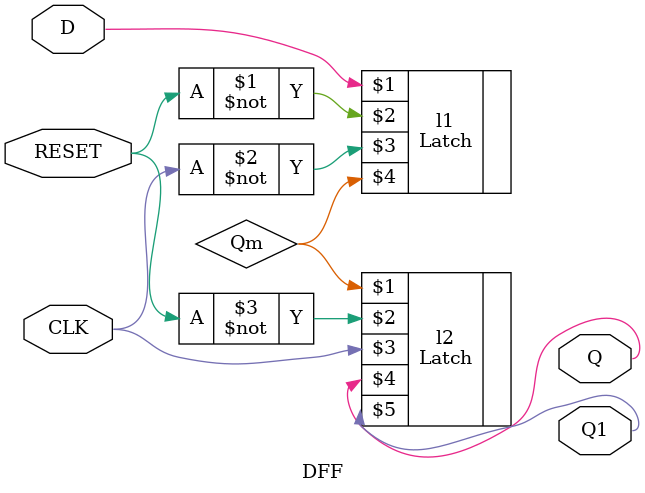
<source format=sv>
module DFF(input D, input RESET, input CLK, output Q, output Q1);
logic Qm, Qs;

Latch l1(D,~RESET,~CLK,Qm);
Latch l2(Qm,~RESET,CLK,Q,Q1);

endmodule

</source>
